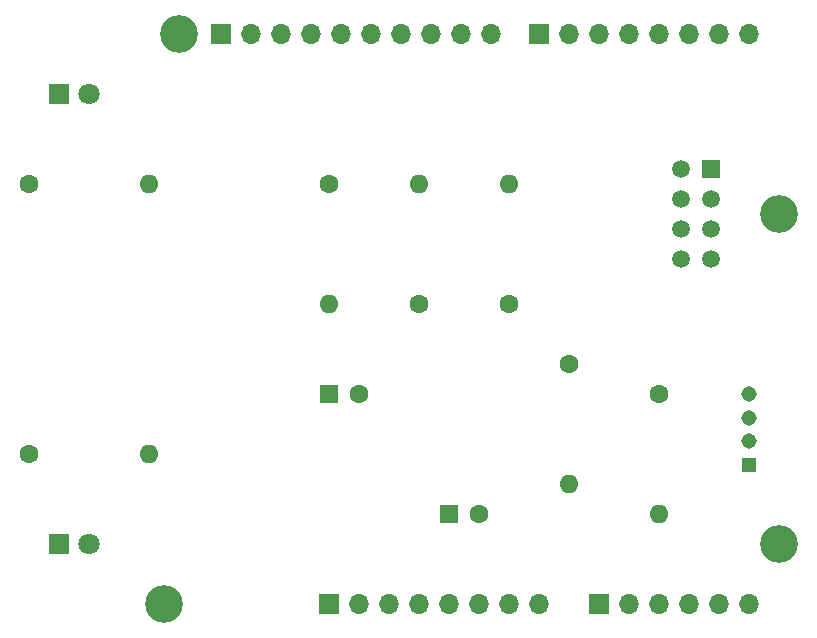
<source format=gbs>
%TF.GenerationSoftware,KiCad,Pcbnew,(7.0.0)*%
%TF.CreationDate,2023-03-23T19:48:29-04:00*%
%TF.ProjectId,ELEG298_S23_Demo_shield,454c4547-3239-4385-9f53-32335f44656d,rev?*%
%TF.SameCoordinates,Original*%
%TF.FileFunction,Soldermask,Bot*%
%TF.FilePolarity,Negative*%
%FSLAX46Y46*%
G04 Gerber Fmt 4.6, Leading zero omitted, Abs format (unit mm)*
G04 Created by KiCad (PCBNEW (7.0.0)) date 2023-03-23 19:48:29*
%MOMM*%
%LPD*%
G01*
G04 APERTURE LIST*
%ADD10R,1.700000X1.700000*%
%ADD11O,1.700000X1.700000*%
%ADD12R,1.800000X1.800000*%
%ADD13C,1.800000*%
%ADD14C,1.600000*%
%ADD15O,1.600000X1.600000*%
%ADD16R,1.600000X1.600000*%
%ADD17R,1.308000X1.308000*%
%ADD18C,1.308000*%
%ADD19C,3.200000*%
%ADD20R,1.500000X1.500000*%
%ADD21C,1.500000*%
G04 APERTURE END LIST*
D10*
X127939999Y-97459999D03*
D11*
X130479999Y-97459999D03*
X133019999Y-97459999D03*
X135559999Y-97459999D03*
X138099999Y-97459999D03*
X140639999Y-97459999D03*
X143179999Y-97459999D03*
X145719999Y-97459999D03*
D10*
X150799999Y-97459999D03*
D11*
X153339999Y-97459999D03*
X155879999Y-97459999D03*
X158419999Y-97459999D03*
X160959999Y-97459999D03*
X163499999Y-97459999D03*
D10*
X118795999Y-49199999D03*
D11*
X121335999Y-49199999D03*
X123875999Y-49199999D03*
X126415999Y-49199999D03*
X128955999Y-49199999D03*
X131495999Y-49199999D03*
X134035999Y-49199999D03*
X136575999Y-49199999D03*
X139115999Y-49199999D03*
X141655999Y-49199999D03*
D10*
X145719999Y-49199999D03*
D11*
X148259999Y-49199999D03*
X150799999Y-49199999D03*
X153339999Y-49199999D03*
X155879999Y-49199999D03*
X158419999Y-49199999D03*
X160959999Y-49199999D03*
X163499999Y-49199999D03*
D12*
X105079999Y-92379999D03*
D13*
X107620000Y-92380000D03*
D14*
X143180000Y-72060000D03*
D15*
X143179999Y-61899999D03*
D16*
X138139999Y-89839999D03*
D14*
X140640000Y-89840000D03*
D17*
X163499999Y-85679999D03*
D18*
X163500000Y-83680000D03*
X163500000Y-81680000D03*
X163500000Y-79680000D03*
D14*
X102540000Y-61900000D03*
D15*
X112699999Y-61899999D03*
D19*
X115240000Y-49200000D03*
D14*
X127940000Y-61900000D03*
D15*
X127939999Y-72059999D03*
D20*
X160269999Y-60629999D03*
D21*
X160270000Y-63170000D03*
X160270000Y-65710000D03*
X160270000Y-68250000D03*
X157730000Y-60630000D03*
X157730000Y-63170000D03*
X157730000Y-65710000D03*
X157730000Y-68250000D03*
D12*
X105079999Y-54279999D03*
D13*
X107620000Y-54280000D03*
D14*
X135560000Y-72060000D03*
D15*
X135559999Y-61899999D03*
D14*
X155880000Y-79680000D03*
D15*
X155879999Y-89839999D03*
D16*
X127979999Y-79679999D03*
D14*
X130480000Y-79680000D03*
X102540000Y-84760000D03*
D15*
X112699999Y-84759999D03*
D19*
X113970000Y-97460000D03*
D14*
X148260000Y-77140000D03*
D15*
X148259999Y-87299999D03*
D19*
X166040000Y-64440000D03*
X166040000Y-92380000D03*
M02*

</source>
